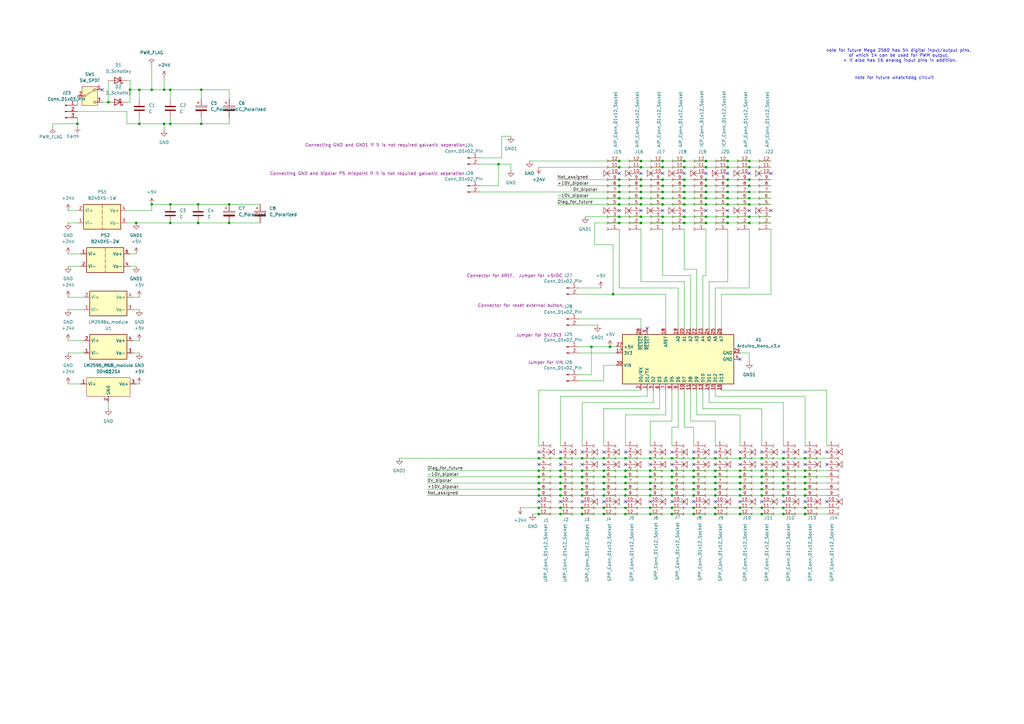
<source format=kicad_sch>
(kicad_sch (version 20250114) (generator "eeschema") (generator_version "9.0")
  (paper "A3")
  (text "note for future Mega 2560 has 54 digital input/output pins, \nof which 14 can be used for PWM output. \n+ It also has 16 analog input pins in addition." (at 369.062 22.86 0) (effects (font (size 1.27 1.27))))
  (text "note for future whatchdog circuit\n" (at 366.776 32.004 0) (effects (font (size 1.27 1.27))))
  (junction (at 247.65 187.96))
  (junction (at 284.48 195.58))
  (junction (at 289.56 68.58))
  (junction (at 262.89 76.2))
  (junction (at 247.65 210.82))
  (junction (at 280.67 76.2))
  (junction (at 262.89 68.58))
  (junction (at 247.65 193.04))
  (junction (at 280.67 66.04))
  (junction (at 62.23 36.83))
  (junction (at 254 66.04))
  (junction (at 280.67 83.82))
  (junction (at 312.42 210.82))
  (junction (at 303.53 208.28))
  (junction (at 271.78 76.2))
  (junction (at 280.67 88.9))
  (junction (at 312.42 198.12))
  (junction (at 247.65 198.12))
  (junction (at 69.85 83.82))
  (junction (at 256.54 195.58))
  (junction (at 93.98 83.82))
  (junction (at 303.53 203.2))
  (junction (at 330.2 210.82))
  (junction (at 284.48 198.12))
  (junction (at 220.98 200.66))
  (junction (at 220.98 198.12))
  (junction (at 254 68.58))
  (junction (at 229.87 193.04))
  (junction (at 247.65 200.66))
  (junction (at 254 91.44))
  (junction (at 204.47 67.31))
  (junction (at 220.98 193.04))
  (junction (at 312.42 195.58))
  (junction (at 321.31 208.28))
  (junction (at 303.53 187.96))
  (junction (at 289.56 76.2))
  (junction (at 275.59 208.28))
  (junction (at 254 83.82))
  (junction (at 307.34 81.28))
  (junction (at 256.54 187.96))
  (junction (at 81.28 83.82))
  (junction (at 321.31 193.04))
  (junction (at 284.48 210.82))
  (junction (at 256.54 210.82))
  (junction (at 266.7 210.82))
  (junction (at 69.85 91.44))
  (junction (at 312.42 203.2))
  (junction (at 31.75 50.8))
  (junction (at 321.31 200.66))
  (junction (at 247.65 203.2))
  (junction (at 262.89 73.66))
  (junction (at 262.89 91.44))
  (junction (at 69.85 36.83))
  (junction (at 321.31 195.58))
  (junction (at 298.45 73.66))
  (junction (at 229.87 195.58))
  (junction (at 266.7 203.2))
  (junction (at 293.37 208.28))
  (junction (at 289.56 78.74))
  (junction (at 280.67 68.58))
  (junction (at 238.76 187.96))
  (junction (at 298.45 81.28))
  (junction (at 262.89 66.04))
  (junction (at 250.19 142.24))
  (junction (at 312.42 200.66))
  (junction (at 275.59 195.58))
  (junction (at 284.48 203.2))
  (junction (at 238.76 198.12))
  (junction (at 254 78.74))
  (junction (at 303.53 210.82))
  (junction (at 57.15 50.8))
  (junction (at 298.45 88.9))
  (junction (at 312.42 187.96))
  (junction (at 266.7 208.28))
  (junction (at 266.7 198.12))
  (junction (at 254 73.66))
  (junction (at 251.46 120.65))
  (junction (at 271.78 91.44))
  (junction (at 238.76 195.58))
  (junction (at 330.2 203.2))
  (junction (at 256.54 193.04))
  (junction (at 57.15 36.83))
  (junction (at 229.87 187.96))
  (junction (at 293.37 198.12))
  (junction (at 266.7 200.66))
  (junction (at 298.45 68.58))
  (junction (at 53.34 36.83))
  (junction (at 262.89 83.82))
  (junction (at 298.45 76.2))
  (junction (at 256.54 208.28))
  (junction (at 275.59 210.82))
  (junction (at 307.34 78.74))
  (junction (at 307.34 68.58))
  (junction (at 321.31 210.82))
  (junction (at 275.59 193.04))
  (junction (at 293.37 187.96))
  (junction (at 293.37 200.66))
  (junction (at 289.56 83.82))
  (junction (at 289.56 88.9))
  (junction (at 303.53 200.66))
  (junction (at 289.56 73.66))
  (junction (at 271.78 73.66))
  (junction (at 307.34 91.44))
  (junction (at 229.87 200.66))
  (junction (at 238.76 200.66))
  (junction (at 275.59 200.66))
  (junction (at 280.67 91.44))
  (junction (at 321.31 198.12))
  (junction (at 262.89 88.9))
  (junction (at 220.98 208.28))
  (junction (at 271.78 66.04))
  (junction (at 330.2 200.66))
  (junction (at 271.78 78.74))
  (junction (at 284.48 200.66))
  (junction (at 330.2 195.58))
  (junction (at 69.85 50.8))
  (junction (at 256.54 203.2))
  (junction (at 262.89 78.74))
  (junction (at 271.78 81.28))
  (junction (at 44.45 41.91))
  (junction (at 307.34 88.9))
  (junction (at 284.48 208.28))
  (junction (at 247.65 195.58))
  (junction (at 307.34 76.2))
  (junction (at 82.55 50.8))
  (junction (at 238.76 208.28))
  (junction (at 220.98 210.82))
  (junction (at 62.23 83.82))
  (junction (at 93.98 91.44))
  (junction (at 298.45 91.44))
  (junction (at 256.54 198.12))
  (junction (at 280.67 78.74))
  (junction (at 284.48 193.04))
  (junction (at 247.65 208.28))
  (junction (at 229.87 208.28))
  (junction (at 67.31 36.83))
  (junction (at 280.67 73.66))
  (junction (at 330.2 187.96))
  (junction (at 312.42 208.28))
  (junction (at 220.98 195.58))
  (junction (at 330.2 208.28))
  (junction (at 229.87 203.2))
  (junction (at 298.45 66.04))
  (junction (at 238.76 193.04))
  (junction (at 256.54 200.66))
  (junction (at 280.67 81.28))
  (junction (at 55.88 91.44))
  (junction (at 298.45 83.82))
  (junction (at 307.34 66.04))
  (junction (at 262.89 81.28))
  (junction (at 229.87 210.82))
  (junction (at 238.76 210.82))
  (junction (at 254 81.28))
  (junction (at 229.87 198.12))
  (junction (at 220.98 187.96))
  (junction (at 307.34 73.66))
  (junction (at 303.53 195.58))
  (junction (at 275.59 198.12))
  (junction (at 289.56 91.44))
  (junction (at 303.53 198.12))
  (junction (at 271.78 83.82))
  (junction (at 298.45 78.74))
  (junction (at 312.42 193.04))
  (junction (at 293.37 203.2))
  (junction (at 81.28 91.44))
  (junction (at 271.78 88.9))
  (junction (at 321.31 203.2))
  (junction (at 289.56 66.04))
  (junction (at 266.7 193.04))
  (junction (at 293.37 210.82))
  (junction (at 242.57 142.24))
  (junction (at 266.7 187.96))
  (junction (at 284.48 187.96))
  (junction (at 293.37 193.04))
  (junction (at 275.59 187.96))
  (junction (at 254 76.2))
  (junction (at 293.37 195.58))
  (junction (at 307.34 83.82))
  (junction (at 254 88.9))
  (junction (at 321.31 187.96))
  (junction (at 67.31 50.8))
  (junction (at 82.55 36.83))
  (junction (at 266.7 195.58))
  (junction (at 330.2 193.04))
  (junction (at 238.76 203.2))
  (junction (at 303.53 193.04))
  (junction (at 271.78 68.58))
  (junction (at 220.98 203.2))
  (junction (at 275.59 203.2))
  (junction (at 330.2 198.12))
  (junction (at 289.56 81.28))
  (no_connect (at 284.48 190.5))
  (no_connect (at 312.42 190.5))
  (no_connect (at 271.78 86.36))
  (no_connect (at 330.2 205.74))
  (no_connect (at 303.53 185.42))
  (no_connect (at 293.37 190.5))
  (no_connect (at 293.37 205.74))
  (no_connect (at 307.34 71.12))
  (no_connect (at 220.98 205.74))
  (no_connect (at 41.91 36.83))
  (no_connect (at 256.54 205.74))
  (no_connect (at 321.31 190.5))
  (no_connect (at 229.87 205.74))
  (no_connect (at 303.53 190.5))
  (no_connect (at 298.45 86.36))
  (no_connect (at 275.59 205.74))
  (no_connect (at 238.76 205.74))
  (no_connect (at 254 71.12))
  (no_connect (at 293.37 185.42))
  (no_connect (at 229.87 185.42))
  (no_connect (at 289.56 71.12))
  (no_connect (at 247.65 185.42))
  (no_connect (at 339.09 205.74))
  (no_connect (at 298.45 71.12))
  (no_connect (at 303.53 147.32))
  (no_connect (at 266.7 190.5))
  (no_connect (at 275.59 185.42))
  (no_connect (at 271.78 71.12))
  (no_connect (at 220.98 185.42))
  (no_connect (at 284.48 185.42))
  (no_connect (at 220.98 190.5))
  (no_connect (at 321.31 205.74))
  (no_connect (at 321.31 185.42))
  (no_connect (at 266.7 205.74))
  (no_connect (at 339.09 190.5))
  (no_connect (at 254 86.36))
  (no_connect (at 247.65 205.74))
  (no_connect (at 280.67 71.12))
  (no_connect (at 316.23 71.12))
  (no_connect (at 265.43 134.62))
  (no_connect (at 280.67 86.36))
  (no_connect (at 307.34 86.36))
  (no_connect (at 275.59 190.5))
  (no_connect (at 312.42 185.42))
  (no_connect (at 312.42 205.74))
  (no_connect (at 284.48 205.74))
  (no_connect (at 262.89 71.12))
  (no_connect (at 247.65 190.5))
  (no_connect (at 339.09 185.42))
  (no_connect (at 256.54 185.42))
  (no_connect (at 262.89 86.36))
  (no_connect (at 289.56 86.36))
  (no_connect (at 238.76 190.5))
  (no_connect (at 316.23 86.36))
  (no_connect (at 266.7 185.42))
  (no_connect (at 330.2 185.42))
  (no_connect (at 256.54 190.5))
  (no_connect (at 330.2 190.5))
  (no_connect (at 303.53 205.74))
  (no_connect (at 238.76 185.42))
  (no_connect (at 229.87 190.5))
  (wire (pts (xy 293.37 160.02) (xy 293.37 162.56)))
  (wire (pts (xy 163.83 187.96) (xy 220.98 187.96)))
  (wire (pts (xy 238.76 203.2) (xy 247.65 203.2)))
  (wire (pts (xy 220.98 210.82) (xy 229.87 210.82)))
  (wire (pts (xy 321.31 208.28) (xy 330.2 208.28)))
  (wire (pts (xy 280.67 68.58) (xy 289.56 68.58)))
  (wire (pts (xy 220.98 198.12) (xy 229.87 198.12)))
  (wire (pts (xy 312.42 210.82) (xy 321.31 210.82)))
  (wire (pts (xy 254 118.11) (xy 278.13 118.11)))
  (wire (pts (xy 330.2 162.56) (xy 330.2 182.88)))
  (wire (pts (xy 278.13 175.26) (xy 278.13 160.02)))
  (wire (pts (xy 330.2 208.28) (xy 339.09 208.28)))
  (wire (pts (xy 303.53 144.78) (xy 307.34 144.78)))
  (wire (pts (xy 196.85 67.31) (xy 204.47 67.31)))
  (wire (pts (xy 280.67 115.57) (xy 262.89 115.57)))
  (wire (pts (xy 250.19 142.24) (xy 252.73 142.24)))
  (wire (pts (xy 256.54 195.58) (xy 266.7 195.58)))
  (wire (pts (xy 69.85 83.82) (xy 81.28 83.82)))
  (wire (pts (xy 278.13 118.11) (xy 278.13 134.62)))
  (wire (pts (xy 321.31 187.96) (xy 330.2 187.96)))
  (wire (pts (xy 289.56 66.04) (xy 298.45 66.04)))
  (wire (pts (xy 298.45 66.04) (xy 307.34 66.04)))
  (wire (pts (xy 289.56 113.03) (xy 289.56 93.98)))
  (wire (pts (xy 312.42 193.04) (xy 321.31 193.04)))
  (wire (pts (xy 27.94 104.14) (xy 33.02 104.14)))
  (wire (pts (xy 307.34 118.11) (xy 307.34 93.98)))
  (wire (pts (xy 247.65 167.64) (xy 270.51 167.64)))
  (wire (pts (xy 283.21 172.72) (xy 283.21 160.02)))
  (wire (pts (xy 284.48 175.26) (xy 280.67 175.26)))
  (wire (pts (xy 330.2 203.2) (xy 339.09 203.2)))
  (wire (pts (xy 280.67 76.2) (xy 289.56 76.2)))
  (wire (pts (xy 247.65 182.88) (xy 247.65 167.64)))
  (wire (pts (xy 262.89 76.2) (xy 271.78 76.2)))
  (wire (pts (xy 280.67 91.44) (xy 289.56 91.44)))
  (wire (pts (xy 238.76 198.12) (xy 247.65 198.12)))
  (wire (pts (xy 69.85 50.8) (xy 67.31 50.8)))
  (wire (pts (xy 307.34 66.04) (xy 316.23 66.04)))
  (wire (pts (xy 321.31 210.82) (xy 330.2 210.82)))
  (wire (pts (xy 321.31 195.58) (xy 330.2 195.58)))
  (wire (pts (xy 316.23 120.65) (xy 316.23 93.98)))
  (wire (pts (xy 229.87 193.04) (xy 238.76 193.04)))
  (wire (pts (xy 196.85 76.2) (xy 204.47 76.2)))
  (wire (pts (xy 288.29 134.62) (xy 288.29 113.03)))
  (wire (pts (xy 280.67 81.28) (xy 289.56 81.28)))
  (wire (pts (xy 229.87 195.58) (xy 238.76 195.58)))
  (wire (pts (xy 307.34 91.44) (xy 316.23 91.44)))
  (wire (pts (xy 237.49 130.81) (xy 262.89 130.81)))
  (wire (pts (xy 27.94 86.36) (xy 31.75 86.36)))
  (wire (pts (xy 307.34 73.66) (xy 316.23 73.66)))
  (wire (pts (xy 228.6 81.28) (xy 254 81.28)))
  (wire (pts (xy 44.45 165.1) (xy 44.45 167.64)))
  (wire (pts (xy 330.2 200.66) (xy 339.09 200.66)))
  (wire (pts (xy 280.67 110.49) (xy 280.67 93.98)))
  (wire (pts (xy 238.76 182.88) (xy 238.76 165.1)))
  (wire (pts (xy 27.94 144.78) (xy 34.29 144.78)))
  (wire (pts (xy 229.87 210.82) (xy 238.76 210.82)))
  (wire (pts (xy 237.49 144.78) (xy 252.73 144.78)))
  (wire (pts (xy 307.34 68.58) (xy 316.23 68.58)))
  (wire (pts (xy 62.23 83.82) (xy 62.23 86.36)))
  (wire (pts (xy 62.23 83.82) (xy 69.85 83.82)))
  (wire (pts (xy 262.89 115.57) (xy 262.89 93.98)))
  (wire (pts (xy 307.34 76.2) (xy 316.23 76.2)))
  (wire (pts (xy 298.45 73.66) (xy 307.34 73.66)))
  (wire (pts (xy 339.09 160.02) (xy 339.09 182.88)))
  (wire (pts (xy 175.26 200.66) (xy 220.98 200.66)))
  (wire (pts (xy 220.98 198.12) (xy 175.26 198.12)))
  (wire (pts (xy 229.87 203.2) (xy 238.76 203.2)))
  (wire (pts (xy 93.98 40.64) (xy 93.98 36.83)))
  (wire (pts (xy 54.61 139.7) (xy 57.15 139.7)))
  (wire (pts (xy 31.75 48.26) (xy 31.75 50.8)))
  (wire (pts (xy 247.65 187.96) (xy 256.54 187.96)))
  (wire (pts (xy 330.2 198.12) (xy 339.09 198.12)))
  (wire (pts (xy 293.37 210.82) (xy 303.53 210.82)))
  (wire (pts (xy 67.31 31.75) (xy 67.31 36.83)))
  (wire (pts (xy 27.94 91.44) (xy 31.75 91.44)))
  (wire (pts (xy 175.26 195.58) (xy 220.98 195.58)))
  (wire (pts (xy 254 91.44) (xy 262.89 91.44)))
  (wire (pts (xy 284.48 200.66) (xy 293.37 200.66)))
  (wire (pts (xy 275.59 198.12) (xy 284.48 198.12)))
  (wire (pts (xy 238.76 208.28) (xy 247.65 208.28)))
  (wire (pts (xy 204.47 67.31) (xy 209.55 67.31)))
  (wire (pts (xy 62.23 36.83) (xy 67.31 36.83)))
  (wire (pts (xy 254 76.2) (xy 262.89 76.2)))
  (wire (pts (xy 237.49 156.21) (xy 247.65 156.21)))
  (wire (pts (xy 205.74 64.77) (xy 205.74 55.88)))
  (wire (pts (xy 67.31 50.8) (xy 67.31 53.34)))
  (wire (pts (xy 266.7 198.12) (xy 275.59 198.12)))
  (wire (pts (xy 256.54 198.12) (xy 266.7 198.12)))
  (wire (pts (xy 262.89 91.44) (xy 271.78 91.44)))
  (wire (pts (xy 262.89 88.9) (xy 271.78 88.9)))
  (wire (pts (xy 21.59 50.8) (xy 31.75 50.8)))
  (wire (pts (xy 298.45 78.74) (xy 307.34 78.74)))
  (wire (pts (xy 27.94 109.22) (xy 33.02 109.22)))
  (wire (pts (xy 275.59 172.72) (xy 275.59 160.02)))
  (wire (pts (xy 262.89 78.74) (xy 271.78 78.74)))
  (wire (pts (xy 247.65 156.21) (xy 247.65 149.86)))
  (wire (pts (xy 247.65 203.2) (xy 256.54 203.2)))
  (wire (pts (xy 289.56 88.9) (xy 298.45 88.9)))
  (wire (pts (xy 254 81.28) (xy 262.89 81.28)))
  (wire (pts (xy 256.54 210.82) (xy 266.7 210.82)))
  (wire (pts (xy 303.53 198.12) (xy 312.42 198.12)))
  (wire (pts (xy 289.56 68.58) (xy 298.45 68.58)))
  (wire (pts (xy 285.75 134.62) (xy 285.75 110.49)))
  (wire (pts (xy 284.48 195.58) (xy 293.37 195.58)))
  (wire (pts (xy 238.76 200.66) (xy 247.65 200.66)))
  (wire (pts (xy 289.56 91.44) (xy 298.45 91.44)))
  (wire (pts (xy 271.78 91.44) (xy 280.67 91.44)))
  (wire (pts (xy 275.59 193.04) (xy 284.48 193.04)))
  (wire (pts (xy 285.75 170.18) (xy 285.75 160.02)))
  (wire (pts (xy 284.48 198.12) (xy 293.37 198.12)))
  (wire (pts (xy 303.53 208.28) (xy 312.42 208.28)))
  (wire (pts (xy 293.37 172.72) (xy 283.21 172.72)))
  (wire (pts (xy 307.34 78.74) (xy 316.23 78.74)))
  (wire (pts (xy 295.91 134.62) (xy 295.91 120.65)))
  (wire (pts (xy 57.15 48.26) (xy 57.15 50.8)))
  (wire (pts (xy 237.49 142.24) (xy 242.57 142.24)))
  (wire (pts (xy 69.85 48.26) (xy 69.85 50.8)))
  (wire (pts (xy 238.76 210.82) (xy 247.65 210.82)))
  (wire (pts (xy 275.59 195.58) (xy 284.48 195.58)))
  (wire (pts (xy 220.98 200.66) (xy 229.87 200.66)))
  (wire (pts (xy 303.53 170.18) (xy 285.75 170.18)))
  (wire (pts (xy 280.67 134.62) (xy 280.67 115.57)))
  (wire (pts (xy 273.05 120.65) (xy 251.46 120.65)))
  (wire (pts (xy 293.37 182.88) (xy 293.37 172.72)))
  (wire (pts (xy 321.31 200.66) (xy 330.2 200.66)))
  (wire (pts (xy 298.45 83.82) (xy 307.34 83.82)))
  (wire (pts (xy 293.37 134.62) (xy 293.37 118.11)))
  (wire (pts (xy 303.53 182.88) (xy 303.53 170.18)))
  (wire (pts (xy 251.46 100.33) (xy 251.46 120.65)))
  (wire (pts (xy 303.53 187.96) (xy 312.42 187.96)))
  (wire (pts (xy 280.67 175.26) (xy 280.67 160.02)))
  (wire (pts (xy 55.88 157.48) (xy 57.15 157.48)))
  (wire (pts (xy 204.47 67.31) (xy 204.47 76.2)))
  (wire (pts (xy 271.78 68.58) (xy 280.67 68.58)))
  (wire (pts (xy 52.07 45.72) (xy 52.07 50.8)))
  (wire (pts (xy 266.7 208.28) (xy 275.59 208.28)))
  (wire (pts (xy 229.87 198.12) (xy 238.76 198.12)))
  (wire (pts (xy 275.59 203.2) (xy 284.48 203.2)))
  (wire (pts (xy 175.26 203.2) (xy 220.98 203.2)))
  (wire (pts (xy 307.34 88.9) (xy 316.23 88.9)))
  (wire (pts (xy 220.98 182.88) (xy 220.98 160.02)))
  (wire (pts (xy 289.56 73.66) (xy 298.45 73.66)))
  (wire (pts (xy 284.48 208.28) (xy 293.37 208.28)))
  (wire (pts (xy 27.94 121.92) (xy 34.29 121.92)))
  (wire (pts (xy 220.98 68.58) (xy 254 68.58)))
  (wire (pts (xy 254 73.66) (xy 262.89 73.66)))
  (wire (pts (xy 293.37 195.58) (xy 303.53 195.58)))
  (wire (pts (xy 57.15 50.8) (xy 67.31 50.8)))
  (wire (pts (xy 330.2 187.96) (xy 339.09 187.96)))
  (wire (pts (xy 280.67 73.66) (xy 289.56 73.66)))
  (wire (pts (xy 243.84 100.33) (xy 251.46 100.33)))
  (wire (pts (xy 289.56 81.28) (xy 298.45 81.28)))
  (wire (pts (xy 228.6 83.82) (xy 254 83.82)))
  (wire (pts (xy 262.89 68.58) (xy 271.78 68.58)))
  (wire (pts (xy 247.65 200.66) (xy 256.54 200.66)))
  (wire (pts (xy 254 66.04) (xy 262.89 66.04)))
  (wire (pts (xy 256.54 203.2) (xy 266.7 203.2)))
  (wire (pts (xy 53.34 33.02) (xy 53.34 36.83)))
  (wire (pts (xy 220.98 208.28) (xy 229.87 208.28)))
  (wire (pts (xy 312.42 200.66) (xy 321.31 200.66)))
  (wire (pts (xy 266.7 187.96) (xy 275.59 187.96)))
  (wire (pts (xy 229.87 162.56) (xy 265.43 162.56)))
  (wire (pts (xy 312.42 198.12) (xy 321.31 198.12)))
  (wire (pts (xy 307.34 148.59) (xy 307.34 144.78)))
  (wire (pts (xy 284.48 210.82) (xy 293.37 210.82)))
  (wire (pts (xy 289.56 78.74) (xy 298.45 78.74)))
  (wire (pts (xy 298.45 76.2) (xy 307.34 76.2)))
  (wire (pts (xy 254 83.82) (xy 262.89 83.82)))
  (wire (pts (xy 293.37 162.56) (xy 330.2 162.56)))
  (wire (pts (xy 312.42 208.28) (xy 321.31 208.28)))
  (wire (pts (xy 262.89 83.82) (xy 271.78 83.82)))
  (wire (pts (xy 27.94 157.48) (xy 33.02 157.48)))
  (wire (pts (xy 54.61 144.78) (xy 57.15 144.78)))
  (wire (pts (xy 69.85 50.8) (xy 82.55 50.8)))
  (wire (pts (xy 254 93.98) (xy 254 118.11)))
  (wire (pts (xy 280.67 66.04) (xy 289.56 66.04)))
  (wire (pts (xy 69.85 36.83) (xy 69.85 40.64)))
  (wire (pts (xy 247.65 149.86) (xy 252.73 149.86)))
  (wire (pts (xy 330.2 193.04) (xy 339.09 193.04)))
  (wire (pts (xy 271.78 66.04) (xy 280.67 66.04)))
  (wire (pts (xy 262.89 66.04) (xy 271.78 66.04)))
  (wire (pts (xy 265.43 160.02) (xy 265.43 162.56)))
  (wire (pts (xy 285.75 110.49) (xy 280.67 110.49)))
  (wire (pts (xy 196.85 78.74) (xy 254 78.74)))
  (wire (pts (xy 298.45 91.44) (xy 307.34 91.44)))
  (wire (pts (xy 266.7 195.58) (xy 275.59 195.58)))
  (wire (pts (xy 52.07 91.44) (xy 55.88 91.44)))
  (wire (pts (xy 220.98 195.58) (xy 229.87 195.58)))
  (wire (pts (xy 52.07 50.8) (xy 57.15 50.8)))
  (wire (pts (xy 54.61 121.92) (xy 57.15 121.92)))
  (wire (pts (xy 256.54 182.88) (xy 256.54 170.18)))
  (wire (pts (xy 271.78 76.2) (xy 280.67 76.2)))
  (wire (pts (xy 271.78 78.74) (xy 280.67 78.74)))
  (wire (pts (xy 284.48 203.2) (xy 293.37 203.2)))
  (wire (pts (xy 247.65 193.04) (xy 256.54 193.04)))
  (wire (pts (xy 312.42 187.96) (xy 321.31 187.96)))
  (wire (pts (xy 175.26 193.04) (xy 220.98 193.04)))
  (wire (pts (xy 57.15 40.64) (xy 57.15 36.83)))
  (wire (pts (xy 238.76 193.04) (xy 247.65 193.04)))
  (wire (pts (xy 82.55 36.83) (xy 69.85 36.83)))
  (wire (pts (xy 242.57 142.24) (xy 250.19 142.24)))
  (wire (pts (xy 209.55 69.85) (xy 209.55 67.31)))
  (wire (pts (xy 220.98 187.96) (xy 229.87 187.96)))
  (wire (pts (xy 293.37 198.12) (xy 303.53 198.12)))
  (wire (pts (xy 321.31 198.12) (xy 330.2 198.12)))
  (wire (pts (xy 293.37 208.28) (xy 303.53 208.28)))
  (wire (pts (xy 247.65 210.82) (xy 256.54 210.82)))
  (wire (pts (xy 293.37 187.96) (xy 303.53 187.96)))
  (wire (pts (xy 93.98 48.26) (xy 93.98 50.8)))
  (wire (pts (xy 62.23 26.67) (xy 62.23 36.83)))
  (wire (pts (xy 284.48 193.04) (xy 293.37 193.04)))
  (wire (pts (xy 57.15 36.83) (xy 62.23 36.83)))
  (wire (pts (xy 290.83 134.62) (xy 290.83 115.57)))
  (wire (pts (xy 256.54 187.96) (xy 266.7 187.96)))
  (wire (pts (xy 280.67 88.9) (xy 289.56 88.9)))
  (wire (pts (xy 266.7 182.88) (xy 266.7 172.72)))
  (wire (pts (xy 270.51 167.64) (xy 270.51 160.02)))
  (wire (pts (xy 240.03 88.9) (xy 254 88.9)))
  (wire (pts (xy 293.37 193.04) (xy 303.53 193.04)))
  (wire (pts (xy 275.59 175.26) (xy 278.13 175.26)))
  (wire (pts (xy 82.55 50.8) (xy 93.98 50.8)))
  (wire (pts (xy 303.53 195.58) (xy 312.42 195.58)))
  (wire (pts (xy 254 78.74) (xy 262.89 78.74)))
  (wire (pts (xy 312.42 167.64) (xy 312.42 182.88)))
  (wire (pts (xy 289.56 83.82) (xy 298.45 83.82)))
  (wire (pts (xy 262.89 81.28) (xy 271.78 81.28)))
  (wire (pts (xy 295.91 160.02) (xy 339.09 160.02)))
  (wire (pts (xy 267.97 165.1) (xy 267.97 160.02)))
  (wire (pts (xy 275.59 200.66) (xy 284.48 200.66)))
  (wire (pts (xy 52.07 86.36) (xy 62.23 86.36)))
  (wire (pts (xy 31.75 45.72) (xy 52.07 45.72)))
  (wire (pts (xy 53.34 109.22) (xy 55.88 109.22)))
  (wire (pts (xy 288.29 160.02) (xy 288.29 167.64)))
  (wire (pts (xy 290.83 165.1) (xy 321.31 165.1)))
  (wire (pts (xy 280.67 83.82) (xy 289.56 83.82)))
  (wire (pts (xy 303.53 203.2) (xy 312.42 203.2)))
  (wire (pts (xy 31.75 39.37) (xy 31.75 43.18)))
  (wire (pts (xy 229.87 200.66) (xy 238.76 200.66)))
  (wire (pts (xy 275.59 210.82) (xy 284.48 210.82)))
  (wire (pts (xy 254 88.9) (xy 262.89 88.9)))
  (wire (pts (xy 256.54 170.18) (xy 273.05 170.18)))
  (wire (pts (xy 288.29 167.64) (xy 312.42 167.64)))
  (wire (pts (xy 237.49 153.67) (xy 242.57 153.67)))
  (wire (pts (xy 21.59 52.07) (xy 21.59 50.8)))
  (wire (pts (xy 205.74 55.88) (xy 209.55 55.88)))
  (wire (pts (xy 52.07 41.91) (xy 53.34 41.91)))
  (wire (pts (xy 288.29 113.03) (xy 289.56 113.03)))
  (wire (pts (xy 31.75 50.8) (xy 31.75 52.07)))
  (wire (pts (xy 298.45 81.28) (xy 307.34 81.28)))
  (wire (pts (xy 220.98 203.2) (xy 229.87 203.2)))
  (wire (pts (xy 44.45 33.02) (xy 44.45 41.91)))
  (wire (pts (xy 293.37 203.2) (xy 303.53 203.2)))
  (wire (pts (xy 271.78 113.03) (xy 271.78 93.98)))
  (wire (pts (xy 266.7 210.82) (xy 275.59 210.82)))
  (wire (pts (xy 273.05 120.65) (xy 273.05 134.62)))
  (wire (pts (xy 266.7 200.66) (xy 275.59 200.66)))
  (wire (pts (xy 283.21 113.03) (xy 271.78 113.03)))
  (wire (pts (xy 298.45 68.58) (xy 307.34 68.58)))
  (wire (pts (xy 271.78 83.82) (xy 280.67 83.82)))
  (wire (pts (xy 256.54 200.66) (xy 266.7 200.66)))
  (wire (pts (xy 69.85 91.44) (xy 81.28 91.44)))
  (wire (pts (xy 330.2 195.58) (xy 339.09 195.58)))
  (wire (pts (xy 243.84 91.44) (xy 243.84 100.33)))
  (wire (pts (xy 213.36 208.28) (xy 220.98 208.28)))
  (wire (pts (xy 312.42 195.58) (xy 321.31 195.58)))
  (wire (pts (xy 271.78 73.66) (xy 280.67 73.66)))
  (wire (pts (xy 229.87 187.96) (xy 238.76 187.96)))
  (wire (pts (xy 256.54 193.04) (xy 266.7 193.04)))
  (wire (pts (xy 284.48 187.96) (xy 293.37 187.96)))
  (wire (pts (xy 295.91 120.65) (xy 316.23 120.65)))
  (wire (pts (xy 53.34 41.91) (xy 53.34 36.83)))
  (wire (pts (xy 254 91.44) (xy 243.84 91.44)))
  (wire (pts (xy 271.78 81.28) (xy 280.67 81.28)))
  (wire (pts (xy 254 68.58) (xy 262.89 68.58)))
  (wire (pts (xy 220.98 160.02) (xy 262.89 160.02)))
  (wire (pts (xy 303.53 200.66) (xy 312.42 200.66)))
  (wire (pts (xy 262.89 130.81) (xy 262.89 134.62)))
  (wire (pts (xy 237.49 118.11) (xy 246.38 118.11)))
  (wire (pts (xy 238.76 187.96) (xy 247.65 187.96)))
  (wire (pts (xy 247.65 195.58) (xy 256.54 195.58)))
  (wire (pts (xy 41.91 41.91) (xy 44.45 41.91)))
  (wire (pts (xy 196.85 64.77) (xy 205.74 64.77)))
  (wire (pts (xy 273.05 170.18) (xy 273.05 160.02)))
  (wire (pts (xy 298.45 115.57) (xy 298.45 93.98)))
  (wire (pts (xy 293.37 200.66) (xy 303.53 200.66)))
  (wire (pts (xy 284.48 182.88) (xy 284.48 175.26)))
  (wire (pts (xy 330.2 210.82) (xy 339.09 210.82)))
  (wire (pts (xy 27.94 127) (xy 34.29 127)))
  (wire (pts (xy 82.55 36.83) (xy 82.55 40.64)))
  (wire (pts (xy 69.85 36.83) (xy 67.31 36.83)))
  (wire (pts (xy 220.98 193.04) (xy 229.87 193.04)))
  (wire (pts (xy 303.53 193.04) (xy 312.42 193.04)))
  (wire (pts (xy 82.55 48.26) (xy 82.55 50.8)))
  (wire (pts (xy 307.34 81.28) (xy 316.23 81.28)))
  (wire (pts (xy 283.21 134.62) (xy 283.21 113.03)))
  (wire (pts (xy 293.37 118.11) (xy 307.34 118.11)))
  (wire (pts (xy 271.78 88.9) (xy 280.67 88.9)))
  (wire (pts (xy 93.98 91.44) (xy 106.68 91.44)))
  (wire (pts (xy 247.65 208.28) (xy 256.54 208.28)))
  (wire (pts (xy 321.31 165.1) (xy 321.31 182.88)))
  (wire (pts (xy 242.57 142.24) (xy 242.57 153.67)))
  (wire (pts (xy 53.34 36.83) (xy 57.15 36.83)))
  (wire (pts (xy 280.67 78.74) (xy 289.56 78.74)))
  (wire (pts (xy 262.89 73.66) (xy 271.78 73.66)))
  (wire (pts (xy 275.59 208.28) (xy 284.48 208.28)))
  (wire (pts (xy 290.83 160.02) (xy 290.83 165.1)))
  (wire (pts (xy 27.94 139.7) (xy 34.29 139.7)))
  (wire (pts (xy 247.65 198.12) (xy 256.54 198.12)))
  (wire (pts (xy 266.7 193.04) (xy 275.59 193.04)))
  (wire (pts (xy 238.76 195.58) (xy 247.65 195.58)))
  (wire (pts (xy 228.6 73.66) (xy 254 73.66)))
  (wire (pts (xy 54.61 127) (xy 57.15 127)))
  (wire (pts (xy 251.46 120.65) (xy 237.49 120.65)))
  (wire (pts (xy 312.42 203.2) (xy 321.31 203.2)))
  (wire (pts (xy 238.76 165.1) (xy 267.97 165.1)))
  (wire (pts (xy 218.44 210.82) (xy 220.98 210.82)))
  (wire (pts (xy 237.49 133.35) (xy 245.11 133.35)))
  (wire (pts (xy 81.28 91.44) (xy 93.98 91.44)))
  (wire (pts (xy 275.59 187.96) (xy 284.48 187.96)))
  (wire (pts (xy 321.31 203.2) (xy 330.2 203.2)))
  (wire (pts (xy 256.54 208.28) (xy 266.7 208.28)))
  (wire (pts (xy 93.98 36.83) (xy 82.55 36.83)))
  (wire (pts (xy 55.88 91.44) (xy 69.85 91.44)))
  (wire (pts (xy 228.6 76.2) (xy 254 76.2)))
  (wire (pts (xy 229.87 182.88) (xy 229.87 162.56)))
  (wire (pts (xy 217.17 66.04) (xy 254 66.04)))
  (wire (pts (xy 275.59 182.88) (xy 275.59 175.26)))
  (wire (pts (xy 307.34 83.82) (xy 316.23 83.82)))
  (wire (pts (xy 93.98 83.82) (xy 106.68 83.82)))
  (wire (pts (xy 298.45 88.9) (xy 307.34 88.9)))
  (wire (pts (xy 81.28 83.82) (xy 93.98 83.82)))
  (wire (pts (xy 53.34 104.14) (xy 55.88 104.14)))
  (wire (pts (xy 303.53 210.82) (xy 312.42 210.82)))
  (wire (pts (xy 321.31 193.04) (xy 330.2 193.04)))
  (wire (pts (xy 52.07 33.02) (xy 53.34 33.02)))
  (wire (pts (xy 266.7 172.72) (xy 275.59 172.72)))
  (wire (pts (xy 289.56 76.2) (xy 298.45 76.2)))
  (wire (pts (xy 229.87 208.28) (xy 238.76 208.28)))
  (wire (pts (xy 290.83 115.57) (xy 298.45 115.57)))
  (wire (pts (xy 266.7 203.2) (xy 275.59 203.2)))
  (label "+10V_bipolar" (at 228.6 76.2 0))
  (label "+10V_bipolar" (at 175.26 200.66 0))
  (label "-10V_bipolar" (at 228.6 81.28 0))
  (label "Diag_for_future" (at 228.6 83.82 0))
  (label "-10V_bipolar" (at 175.26 195.58 0))
  (label "Diag_for_future" (at 175.26 193.04 0))
  (label "0V_bipolar" (at 234.95 78.74 0))
  (label "0V_bipolar" (at 175.26 198.12 0))
  (label "Not_assigned" (at 228.6 73.66 0))
  (label "Not_assigned" (at 175.26 203.2 0))
  (symbol (lib_id "tuxmio:MB_AIP_Conn_01x12_Socket") (at 275.59 81.28 180) (unit 1)
    (property "Reference" "J18" (at 279.908 62.23 0))
    (property "Value" "AIP_Conn_01x12_Socket" (at 279.146 49.022 90))
    (property "Footprint" "tuxmio:MB_AIP_socket_PinHeader_1x12_P2.54mm_Vertical" (effects (hide yes)))
    (property "Description" "Generic connector, single row, 01x12, script generated" (effects (hide yes)))
  )
  (symbol (lib_id "power:GND1") (at 245.11 133.35 0) (unit 1)
    (property "Reference" "#PWR26" (effects (hide yes)))
    (property "Value" "GND1" (at 245.11 138.43 0))
    (property "Description" "Power symbol creates a global label with name \"GND1\" , ground" (effects (hide yes)))
  )
  (symbol (lib_id "power:GND") (at 217.17 66.04 0) (unit 1)
    (property "Reference" "#PWR31" (effects (hide yes)))
    (property "Value" "GND" (at 217.17 71.12 0))
    (property "Description" "Power symbol creates a global label with name \"GND\" , ground" (effects (hide yes)))
  )
  (symbol (lib_id "Device:C_Polarized") (at 93.98 44.45 0) (unit 1)
    (property "Reference" "C6" (at 97.79 42.2909 0) (effects (justify left)))
    (property "Value" "C_Polarized" (at 97.79 44.8309 0) (effects (justify left)))
    (property "Footprint" "Capacitor_SMD:CP_Elec_4x5.3" (effects (hide yes)))
    (property "Description" "Polarized capacitor" (effects (hide yes)))
  )
  (symbol (lib_id "tuxmio:B240XS-2W") (at 43.18 106.68 0) (unit 1)
    (property "Reference" "PS2" (at 43.18 96.52 0))
    (property "Value" "B240XS-2W" (at 43.18 99.06 0))
    (property "Footprint" "tuxmio:B240XS-2W" (effects (hide yes)))
    (property "Description" "2W, 1000 VDC isolated DC/DC converter, 24V input, 5V output, SIP" (effects (hide yes)))
  )
  (symbol (lib_id "Switch:SW_SPDT") (at 36.83 39.37 0) (unit 1)
    (property "Reference" "SW1" (at 36.83 30.48 0))
    (property "Value" "SW_SPDT" (at 36.83 33.02 0))
    (property "Footprint" "tuxmio:SW-SPDT_1x03_P2.54mm_Vertical" (effects (hide yes)))
    (property "Description" "Switch, single pole double throw" (effects (hide yes)))
  )
  (symbol (lib_id "power:GND") (at 44.45 167.64 0) (unit 1)
    (property "Reference" "#PWR22" (effects (hide yes)))
    (property "Value" "GND" (at 44.45 172.72 0))
    (property "Description" "Power symbol creates a global label with name \"GND\" , ground" (effects (hide yes)))
  )
  (symbol (lib_id "tuxmio:MB_GPP_Conn_01x12_Socket") (at 271.78 195.58 0) (unit 1)
    (property "Reference" "J6" (at 267.716 212.344 0) (effects (justify left)))
    (property "Value" "GPP_Conn_01x12_Socket" (at 268.986 237.998 90) (effects (justify left)))
    (property "Footprint" "tuxmio:MB_GPP_socket_PinHeader_1x12_P2.54mm_Vertical" (effects (hide yes)))
    (property "Description" "Generic connector, single row, 01x12, script generated" (effects (hide yes)))
  )
  (symbol (lib_id "power:GND1") (at 307.34 148.59 0) (unit 1)
    (property "Reference" "#PWR25" (effects (hide yes)))
    (property "Value" "GND1" (at 307.34 153.67 0))
    (property "Description" "Power symbol creates a global label with name \"GND1\" , ground" (effects (hide yes)))
  )
  (symbol (lib_id "Connector:Conn_01x02_Pin") (at 232.41 130.81 0) (unit 1)
    (property "Reference" "J28" (at 233.045 125.73 0))
    (property "Value" "Conn_01x02_Pin" (at 230.886 128.016 0))
    (property "Footprint" "Connector_PinHeader_2.54mm:PinHeader_1x02_P2.54mm_Vertical" (effects (hide yes)))
    (property "Description" "Connector for reset external button." (at 213.614 125.222 0))
  )
  (symbol (lib_id "power:+5V") (at 57.15 139.7 0) (unit 1)
    (property "Reference" "#PWR17" (effects (hide yes)))
    (property "Value" "+5V" (at 57.15 134.62 0))
    (property "Description" "Power symbol creates a global label with name \"+5V\"" (effects (hide yes)))
  )
  (symbol (lib_id "tuxmio:MB_GPP_Conn_01x12_Socket") (at 252.73 195.58 0) (unit 1)
    (property "Reference" "J4" (at 248.412 212.852 0) (effects (justify left)))
    (property "Value" "GPP_Conn_01x12_Socket" (at 249.936 238.506 90) (effects (justify left)))
    (property "Footprint" "tuxmio:MB_GPP_socket_PinHeader_1x12_P2.54mm_Vertical" (effects (hide yes)))
    (property "Description" "Generic connector, single row, 01x12, script generated" (effects (hide yes)))
  )
  (symbol (lib_id "tuxmio:MB_GPP_Conn_01x12_Socket") (at 326.39 195.58 0) (unit 1)
    (property "Reference" "J12" (at 322.326 212.344 0) (effects (justify left)))
    (property "Value" "GPP_Conn_01x12_Socket" (at 323.342 238.506 90) (effects (justify left)))
    (property "Footprint" "tuxmio:MB_GPP_socket_PinHeader_1x12_P2.54mm_Vertical" (effects (hide yes)))
    (property "Description" "Generic connector, single row, 01x12, script generated" (effects (hide yes)))
  )
  (symbol (lib_id "tuxmio:MB_ICP_Conn_01x12_Socket") (at 293.37 81.28 180) (unit 1)
    (property "Reference" "J20" (at 297.434 62.23 0))
    (property "Value" "ICP_Conn_01x12_Socket" (at 296.926 48.768 90))
    (property "Footprint" "tuxmio:MB_ICP_socket_PinHeader_1x12_P2.54mm_Vertical" (effects (hide yes)))
    (property "Description" "Generic connector, single row, 01x12, script generated" (effects (hide yes)))
  )
  (symbol (lib_id "power:GND1") (at 209.55 55.88 0) (unit 1)
    (property "Reference" "#PWR20" (effects (hide yes)))
    (property "Value" "GND1" (at 209.55 60.96 0))
    (property "Description" "Power symbol creates a global label with name \"GND1\" , ground" (effects (hide yes)))
  )
  (symbol (lib_id "power:GND") (at 67.31 53.34 0) (unit 1)
    (property "Reference" "#PWR2" (effects (hide yes)))
    (property "Value" "GND" (at 67.31 58.42 0))
    (property "Description" "Power symbol creates a global label with name \"GND\" , ground" (effects (hide yes)))
  )
  (symbol (lib_id "Device:C_Polarized") (at 82.55 44.45 0) (unit 1)
    (property "Reference" "C5" (at 86.36 42.2909 0) (effects (justify left)))
    (property "Value" "C_Polarized" (at 86.36 44.8309 0) (effects (justify left)))
    (property "Footprint" "Capacitor_THT:CP_Radial_D6.3mm_P2.50mm" (effects (hide yes)))
    (property "Description" "Polarized capacitor" (effects (hide yes)))
  )
  (symbol (lib_id "power:GND") (at 209.55 69.85 0) (unit 1)
    (property "Reference" "#PWR21" (effects (hide yes)))
    (property "Value" "GND" (at 209.55 74.93 0))
    (property "Description" "Power symbol creates a global label with name \"GND\" , ground" (effects (hide yes)))
  )
  (symbol (lib_id "tuxmio:MB_GPP_Conn_01x12_Socket") (at 298.45 195.58 0) (unit 1)
    (property "Reference" "J9" (at 294.386 212.344 0) (effects (justify left)))
    (property "Value" "GPP_Conn_01x12_Socket" (at 295.402 238.506 90) (effects (justify left)))
    (property "Footprint" "tuxmio:MB_GPP_socket_PinHeader_1x12_P2.54mm_Vertical" (effects (hide yes)))
    (property "Description" "Generic connector, single row, 01x12, script generated" (effects (hide yes)))
  )
  (symbol (lib_id "Connector:Conn_01x03_Pin") (at 26.67 45.72 0) (unit 1)
    (property "Reference" "J23" (at 27.305 38.1 0))
    (property "Value" "Conn_01x03_Pin" (at 27.305 40.64 0))
    (property "Footprint" "Connector_Phoenix_MC_HighVoltage:PhoenixContact_MCV_1,5_3-G-5.08_1x03_P5.08mm_Vertical" (effects (hide yes)))
    (property "Description" "Generic connector, single row, 01x03, script generated" (effects (hide yes)))
  )
  (symbol (lib_id "tuxmio:MB_GPP_Conn_01x12_Socket") (at 335.28 195.58 0) (unit 1)
    (property "Reference" "J13" (at 331.216 212.344 0) (effects (justify left)))
    (property "Value" "GPP_Conn_01x12_Socket" (at 332.232 238.506 90) (effects (justify left)))
    (property "Footprint" "tuxmio:MB_GPP_socket_PinHeader_1x12_P2.54mm_Vertical" (effects (hide yes)))
    (property "Description" "Generic connector, single row, 01x12, script generated" (effects (hide yes)))
  )
  (symbol (lib_id "tuxmio:MB_AIP_Conn_01x12_Socket") (at 266.7 81.28 180) (unit 1)
    (property "Reference" "J17" (at 271.018 62.23 0))
    (property "Value" "AIP_Conn_01x12_Socket" (at 270.256 49.022 90))
    (property "Footprint" "tuxmio:MB_AIP_socket_PinHeader_1x12_P2.54mm_Vertical" (effects (hide yes)))
    (property "Description" "Generic connector, single row, 01x12, script generated" (effects (hide yes)))
  )
  (symbol (lib_id "tuxmio:MB_GPP_Conn_01x12_Socket") (at 280.67 195.58 0) (unit 1)
    (property "Reference" "J7" (at 276.606 212.09 0) (effects (justify left)))
    (property "Value" "GPP_Conn_01x12_Socket" (at 277.876 237.998 90) (effects (justify left)))
    (property "Footprint" "tuxmio:MB_GPP_socket_PinHeader_1x12_P2.54mm_Vertical" (effects (hide yes)))
    (property "Description" "Generic connector, single row, 01x12, script generated" (effects (hide yes)))
  )
  (symbol (lib_id "Device:D_Schottky") (at 48.26 41.91 180) (unit 1)
    (property "Reference" "D2" (at 48.5775 35.56 0))
    (property "Value" "D_Schottky" (at 48.5775 38.1 0))
    (property "Footprint" "Diode_THT:D_DO-15_P10.16mm_Horizontal" (effects (hide yes)))
    (property "Description" "Schottky diode" (effects (hide yes)))
  )
  (symbol (lib_id "power:GND") (at 27.94 109.22 0) (unit 1)
    (property "Reference" "#PWR5" (effects (hide yes)))
    (property "Value" "GND" (at 27.94 114.3 0))
    (property "Description" "Power symbol creates a global label with name \"GND\" , ground" (effects (hide yes)))
  )
  (symbol (lib_id "power:GND") (at 27.94 91.44 0) (unit 1)
    (property "Reference" "#PWR4" (effects (hide yes)))
    (property "Value" "GND" (at 27.94 96.52 0))
    (property "Description" "Power symbol creates a global label with name \"GND\" , ground" (effects (hide yes)))
  )
  (symbol (lib_id "tuxmio:MB_GPP_Conn_01x12_Socket") (at 308.61 195.58 0) (unit 1)
    (property "Reference" "J10" (at 304.546 212.344 0) (effects (justify left)))
    (property "Value" "GPP_Conn_01x12_Socket" (at 305.562 238.506 90) (effects (justify left)))
    (property "Footprint" "tuxmio:MB_GPP_socket_PinHeader_1x12_P2.54mm_Vertical" (effects (hide yes)))
    (property "Description" "Generic connector, single row, 01x12, script generated" (effects (hide yes)))
  )
  (symbol (lib_id "tuxmio:MB_GPP_Conn_01x12_Socket") (at 317.5 195.58 0) (unit 1)
    (property "Reference" "J11" (at 313.436 212.344 0) (effects (justify left)))
    (property "Value" "GPP_Conn_01x12_Socket" (at 314.452 238.506 90) (effects (justify left)))
    (property "Footprint" "tuxmio:MB_GPP_socket_PinHeader_1x12_P2.54mm_Vertical" (effects (hide yes)))
    (property "Description" "Generic connector, single row, 01x12, script generated" (effects (hide yes)))
  )
  (symbol (lib_id "tuxmio:DD4012SA") (at 44.45 157.48 0) (unit 1)
    (property "Reference" "PS3" (at 44.45 149.86 0))
    (property "Value" "DD4012SA" (at 44.45 152.4 0))
    (property "Footprint" "tuxmio:DD4012SA" (effects (hide yes)))
    (property "Description" "1A step-down regulator, fixed 5 or 3.3V output voltage, 4.75-32V input voltage," (effects (hide yes)))
  )
  (symbol (lib_id "power:+5V") (at 57.15 157.48 0) (unit 1)
    (property "Reference" "#PWR24" (effects (hide yes)))
    (property "Value" "+5V" (at 57.15 152.4 0))
    (property "Description" "Power symbol creates a global label with name \"+5V\"" (effects (hide yes)))
  )
  (symbol (lib_id "tuxmio:LM2596_mini_module") (at 44.45 142.24 0) (mirror x) (unit 1)
    (property "Reference" "U2" (at 44.45 152.4 0))
    (property "Value" "LM2596_mini_module" (at 44.45 149.86 0))
    (property "Footprint" "tuxmio:LM2596_mini_module" (effects (hide yes)))
    (property "Description" "3W, non isolated DC/DC converter" (effects (hide yes)))
  )
  (symbol (lib_id "Device:C") (at 57.15 44.45 0) (unit 1)
    (property "Reference" "C1" (at 60.96 43.1799 0) (effects (justify left)))
    (property "Value" "C" (at 60.96 45.7199 0) (effects (justify left)))
    (property "Footprint" "Capacitor_THT:C_Disc_D4.3mm_W1.9mm_P5.00mm" (effects (hide yes)))
    (property "Description" "Unpolarized capacitor" (effects (hide yes)))
  )
  (symbol (lib_id "power:Earth") (at 31.75 52.07 0) (unit 1)
    (property "Reference" "#PWR3" (effects (hide yes)))
    (property "Value" "Earth" (at 29.972 55.88 0))
    (property "Description" "Power symbol creates a global label with name \"Earth\"" (effects (hide yes)))
  )
  (symbol (lib_id "tuxmio:B240XS-1W") (at 41.91 88.9 0) (unit 1)
    (property "Reference" "PS1" (at 41.91 78.74 0))
    (property "Value" "B240XS-1W" (at 41.91 81.28 0))
    (property "Footprint" "tuxmio:B240XS-1W" (effects (hide yes)))
    (property "Datasheet" "1W, 1000 VDC isolated DC/DC converter, 24V input, 5V output, SIP" (effects (hide yes)))
    (property "Description" "1W, 1000 VDC isolated DC/DC converter, 24V input, 5V output, SIP" (effects (hide yes)))
  )
  (symbol (lib_id "power:PWR_FLAG") (at 21.59 52.07 180) (unit 1)
    (property "Reference" "#FLG3" (effects (hide yes)))
    (property "Value" "PWR_FLAG" (at 16.002 56.134 0) (effects (justify right)))
    (property "Description" "Special symbol for telling ERC where power comes from" (effects (hide yes)))
  )
  (symbol (lib_id "tuxmio:MB_AIP_Conn_01x12_Socket") (at 311.15 81.28 180) (unit 1)
    (property "Reference" "J22" (at 315.468 62.23 0))
    (property "Value" "AIP_Conn_01x12_Socket" (at 314.706 49.022 90))
    (property "Footprint" "tuxmio:MB_AIP_socket_PinHeader_1x12_P2.54mm_Vertical" (effects (hide yes)))
    (property "Description" "Generic connector, single row, 01x12, script generated" (effects (hide yes)))
  )
  (symbol (lib_id "Device:C_Polarized") (at 93.98 87.63 0) (unit 1)
    (property "Reference" "C7" (at 97.79 85.4709 0) (effects (justify left)))
    (property "Value" "C_Polarized" (at 97.79 88.0109 0) (effects (justify left)))
    (property "Footprint" "Capacitor_THT:CP_Radial_D6.3mm_P2.50mm" (effects (hide yes)))
    (property "Description" "Polarized capacitor" (effects (hide yes)))
  )
  (symbol (lib_id "power:+5V") (at 250.19 142.24 0) (unit 1)
    (property "Reference" "#PWR34" (effects (hide yes)))
    (property "Value" "+5V" (at 250.19 137.16 0))
    (property "Description" "Power symbol creates a global label with name \"+5V\"" (effects (hide yes)))
  )
  (symbol (lib_id "tuxmio:MB_GPP_Conn_01x12_Socket") (at 243.84 195.58 0) (unit 1)
    (property "Reference" "J3" (at 239.522 213.106 0) (effects (justify left)))
    (property "Value" "GPP_Conn_01x12_Socket" (at 240.792 238.76 90) (effects (justify left)))
    (property "Footprint" "tuxmio:MB_GPP_socket_PinHeader_1x12_P2.54mm_Vertical" (effects (hide yes)))
    (property "Description" "Generic connector, single row, 01x12, script generated" (effects (hide yes)))
  )
  (symbol (lib_id "power:+24V") (at 220.98 68.58 180) (unit 1)
    (property "Reference" "#PWR32" (effects (hide yes)))
    (property "Value" "+24V" (at 220.98 73.66 0))
    (property "Description" "Power symbol creates a global label with name \"+24V\"" (effects (hide yes)))
  )
  (symbol (lib_id "power:+5V") (at 246.38 118.11 0) (unit 1)
    (property "Reference" "#PWR27" (effects (hide yes)))
    (property "Value" "+5V" (at 246.38 113.03 0))
    (property "Description" "Power symbol creates a global label with name \"+5V\"" (effects (hide yes)))
  )
  (symbol (lib_id "Device:D_Schottky") (at 48.26 33.02 180) (unit 1)
    (property "Reference" "D1" (at 48.5775 26.67 0))
    (property "Value" "D_Schottky" (at 48.5775 29.21 0))
    (property "Footprint" "Diode_SMD:D_1206_3216Metric" (effects (hide yes)))
    (property "Description" "Schottky diode" (effects (hide yes)))
  )
  (symbol (lib_id "tuxmio:MB_ICP_Conn_01x12_Socket") (at 284.48 81.28 180) (unit 1)
    (property "Reference" "J19" (at 288.036 62.23 0))
    (property "Value" "ICP_Conn_01x12_Socket" (at 287.782 48.768 90))
    (property "Footprint" "tuxmio:MB_ICP_socket_PinHeader_1x12_P2.54mm_Vertical" (effects (hide yes)))
    (property "Description" "Generic connector, single row, 01x12, script generated" (effects (hide yes)))
  )
  (symbol (lib_id "power:GND") (at 57.15 127 0) (unit 1)
    (property "Reference" "#PWR12" (effects (hide yes)))
    (property "Value" "GND" (at 57.15 132.08 0))
    (property "Description" "Power symbol creates a global label with name \"GND\" , ground" (effects (hide yes)))
  )
  (symbol (lib_id "power:+5V") (at 57.15 121.92 0) (unit 1)
    (property "Reference" "#PWR16" (effects (hide yes)))
    (property "Value" "+5V" (at 57.15 116.84 0))
    (property "Description" "Power symbol creates a global label with name \"+5V\"" (effects (hide yes)))
  )
  (symbol (lib_id "tuxmio:MB_GPP_Conn_01x12_Socket") (at 289.56 195.58 0) (unit 1)
    (property "Reference" "J8" (at 285.496 212.344 0) (effects (justify left)))
    (property "Value" "GPP_Conn_01x12_Socket" (at 287.02 238.252 90) (effects (justify left)))
    (property "Footprint" "tuxmio:MB_GPP_socket_PinHeader_1x12_P2.54mm_Vertical" (effects (hide yes)))
    (property "Description" "Generic connector, single row, 01x12, script generated" (effects (hide yes)))
  )
  (symbol (lib_id "power:+24V") (at 27.94 139.7 0) (unit 1)
    (property "Reference" "#PWR11" (effects (hide yes)))
    (property "Value" "+24V" (at 27.94 134.62 0))
    (property "Description" "Power symbol creates a global label with name \"+24V\"" (effects (hide yes)))
  )
  (symbol (lib_id "power:PWR_FLAG") (at 62.23 26.67 0) (unit 1)
    (property "Reference" "#FLG1" (effects (hide yes)))
    (property "Value" "PWR_FLAG" (at 62.23 21.59 0))
    (property "Description" "Special symbol for telling ERC where power comes from" (effects (hide yes)))
  )
  (symbol (lib_id "power:GND1") (at 240.03 88.9 0) (unit 1)
    (property "Reference" "#PWR28" (effects (hide yes)))
    (property "Value" "GND1" (at 240.03 93.98 0))
    (property "Description" "Power symbol creates a global label with name \"GND1\" , ground" (effects (hide yes)))
  )
  (symbol (lib_id "Connector:Conn_01x02_Pin") (at 232.41 153.67 0) (unit 1)
    (property "Reference" "J26" (at 233.045 148.59 0))
    (property "Value" "Conn_01x02_Pin" (at 230.886 150.876 0))
    (property "Footprint" "Connector_PinHeader_2.54mm:PinHeader_1x02_P2.54mm_Vertical" (effects (hide yes)))
    (property "Description" "Jumper for VIN" (at 223.774 148.59 0))
  )
  (symbol (lib_id "power:+5V") (at 62.23 83.82 0) (unit 1)
    (property "Reference" "#PWR14" (effects (hide yes)))
    (property "Value" "+5V" (at 62.23 78.74 0))
    (property "Description" "Power symbol creates a global label with name \"+5V\"" (effects (hide yes)))
  )
  (symbol (lib_id "Connector:Conn_01x02_Pin") (at 232.41 118.11 0) (unit 1)
    (property "Reference" "J27" (at 233.045 113.03 0))
    (property "Value" "Conn_01x02_Pin" (at 230.886 115.316 0))
    (property "Footprint" "Connector_PinHeader_2.54mm:PinHeader_1x02_P2.54mm_Vertical" (effects (hide yes)))
    (property "Description" "Connector for AREF.  Jumper for +5VDC" (at 211.074 113.03 0))
  )
  (symbol (lib_id "power:+5V") (at 55.88 104.14 0) (unit 1)
    (property "Reference" "#PWR15" (effects (hide yes)))
    (property "Value" "+5V" (at 55.88 99.06 0))
    (property "Description" "Power symbol creates a global label with name \"+5V\"" (effects (hide yes)))
  )
  (symbol (lib_id "power:+24V") (at 67.31 31.75 0) (unit 1)
    (property "Reference" "#PWR1" (effects (hide yes)))
    (property "Value" "+24V" (at 67.31 26.67 0))
    (property "Description" "Power symbol creates a global label with name \"+24V\"" (effects (hide yes)))
  )
  (symbol (lib_id "tuxmio:MB_URP_Conn_01x12_Socket") (at 234.95 195.58 0) (unit 1)
    (property "Reference" "J2" (at 230.886 213.106 0) (effects (justify left)))
    (property "Value" "URP_Conn_01x12_Socket" (at 231.648 238.76 90) (effects (justify left)))
    (property "Footprint" "tuxmio:MB_URP_socket_PinHeader_1x12_P2.54mm_Vertical" (effects (hide yes)))
    (property "Description" "Generic connector, single row, 01x12, script generated" (effects (hide yes)))
  )
  (symbol (lib_id "MCU_Module:Arduino_Nano_v3.x") (at 278.13 147.32 90) (unit 1)
    (property "Reference" "A1" (at 311.15 139.3346 90))
    (property "Value" "Arduino_Nano_v3.x" (at 311.15 141.8746 90))
    (property "Footprint" "Module:Arduino_Nano" (effects (hide yes)))
    (property "Datasheet" "http://www.mouser.com/pdfdocs/Gravitech_Arduino_Nano3_0.pdf" (effects (hide yes)))
    (property "Description" "Arduino Nano v3.x" (effects (hide yes)))
  )
  (symbol (lib_id "power:GND") (at 27.94 144.78 0) (unit 1)
    (property "Reference" "#PWR7" (effects (hide yes)))
    (property "Value" "GND" (at 27.94 149.86 0))
    (property "Description" "Power symbol creates a global label with name \"GND\" , ground" (effects (hide yes)))
  )
  (symbol (lib_id "power:+24V") (at 27.94 157.48 0) (unit 1)
    (property "Reference" "#PWR23" (effects (hide yes)))
    (property "Value" "+24V" (at 27.94 152.4 0))
    (property "Description" "Power symbol creates a global label with name \"+24V\"" (effects (hide yes)))
  )
  (symbol (lib_id "tuxmio:MB_GPP_Conn_01x12_Socket") (at 261.62 195.58 0) (unit 1)
    (property "Reference" "J5" (at 257.81 212.344 0) (effects (justify left)))
    (property "Value" "GPP_Conn_01x12_Socket" (at 259.08 238.506 90) (effects (justify left)))
    (property "Footprint" "tuxmio:MB_GPP_socket_PinHeader_1x12_P2.54mm_Vertical" (effects (hide yes)))
    (property "Description" "Generic connector, single row, 01x12, script generated" (effects (hide yes)))
  )
  (symbol (lib_id "power:GND") (at 27.94 127 0) (unit 1)
    (property "Reference" "#PWR6" (effects (hide yes)))
    (property "Value" "GND" (at 27.94 132.08 0))
    (property "Description" "Power symbol creates a global label with name \"GND\" , ground" (effects (hide yes)))
  )
  (symbol (lib_id "power:+24V") (at 27.94 104.14 0) (unit 1)
    (property "Reference" "#PWR9" (effects (hide yes)))
    (property "Value" "+24V" (at 27.94 99.06 0))
    (property "Description" "Power symbol creates a global label with name \"+24V\"" (effects (hide yes)))
  )
  (symbol (lib_id "tuxmio:MB_AIP_Conn_01x12_Socket") (at 248.92 81.28 180) (unit 1)
    (property "Reference" "J15" (at 253.238 62.23 0))
    (property "Value" "AIP_Conn_01x12_Socket" (at 252.476 49.022 90))
    (property "Footprint" "tuxmio:MB_AIP_socket_PinHeader_1x12_P2.54mm_Vertical" (effects (hide yes)))
    (property "Description" "Generic connector, single row, 01x12, script generated" (effects (hide yes)))
  )
  (symbol (lib_id "tuxmio:MB_AIP_Conn_01x12_Socket") (at 257.81 81.28 180) (unit 1)
    (property "Reference" "J16" (at 262.128 62.23 0))
    (property "Value" "AIP_Conn_01x12_Socket" (at 261.366 49.022 90))
    (property "Footprint" "tuxmio:MB_AIP_socket_PinHeader_1x12_P2.54mm_Vertical" (effects (hide yes)))
    (property "Description" "Generic connector, single row, 01x12, script generated" (effects (hide yes)))
  )
  (symbol (lib_id "power:GND1") (at 163.83 187.96 0) (unit 1)
    (property "Reference" "#PWR29" (effects (hide yes)))
    (property "Value" "GND1" (at 163.83 193.04 0))
    (property "Description" "Power symbol creates a global label with name \"GND1\" , ground" (effects (hide yes)))
  )
  (symbol (lib_id "power:+24V") (at 213.36 208.28 180) (unit 1)
    (property "Reference" "#PWR33" (effects (hide yes)))
    (property "Value" "+24V" (at 213.36 213.36 0))
    (property "Description" "Power symbol creates a global label with name \"+24V\"" (effects (hide yes)))
  )
  (symbol (lib_id "power:GND") (at 218.44 210.82 0) (unit 1)
    (property "Reference" "#PWR30" (effects (hide yes)))
    (property "Value" "GND" (at 218.44 215.9 0))
    (property "Description" "Power symbol creates a global label with name \"GND\" , ground" (effects (hide yes)))
  )
  (symbol (lib_id "tuxmio:MB_URP_Conn_01x12_Socket") (at 226.06 195.58 0) (unit 1)
    (property "Reference" "J1" (at 222.758 213.36 0) (effects (justify left)))
    (property "Value" "URP_Conn_01x12_Socket" (at 223.774 238.76 90) (effects (justify left)))
    (property "Footprint" "tuxmio:MB_URP_socket_PinHeader_1x12_P2.54mm_Vertical" (effects (hide yes)))
    (property "Description" "Generic connector, single row, 01x12, script generated" (effects (hide yes)))
  )
  (symbol (lib_id "Device:C_Polarized") (at 106.68 87.63 0) (unit 1)
    (property "Reference" "C8" (at 110.49 85.4709 0) (effects (justify left)))
    (property "Value" "C_Polarized" (at 110.49 88.0109 0) (effects (justify left)))
    (property "Footprint" "Capacitor_SMD:CP_Elec_4x5.3" (effects (hide yes)))
    (property "Description" "Polarized capacitor" (effects (hide yes)))
  )
  (symbol (lib_id "power:+24V") (at 27.94 86.36 0) (unit 1)
    (property "Reference" "#PWR8" (effects (hide yes)))
    (property "Value" "+24V" (at 27.94 81.28 0))
    (property "Description" "Power symbol creates a global label with name \"+24V\"" (effects (hide yes)))
  )
  (symbol (lib_id "power:GND1") (at 55.88 109.22 0) (unit 1)
    (property "Reference" "#PWR19" (effects (hide yes)))
    (property "Value" "GND1" (at 55.88 114.3 0))
    (property "Description" "Power symbol creates a global label with name \"GND1\" , ground" (effects (hide yes)))
  )
  (symbol (lib_id "tuxmio:MB_GPP_Conn_01x12_Socket") (at 344.17 195.58 0) (unit 1)
    (property "Reference" "J14" (at 340.106 212.344 0) (effects (justify left)))
    (property "Value" "GPP_Conn_01x12_Socket" (at 341.122 238.506 90) (effects (justify left)))
    (property "Footprint" "tuxmio:MB_GPP_socket_PinHeader_1x12_P2.54mm_Vertical" (effects (hide yes)))
    (property "Description" "Generic connector, single row, 01x12, script generated" (effects (hide yes)))
  )
  (symbol (lib_id "Device:C") (at 81.28 87.63 0) (unit 1)
    (property "Reference" "C4" (at 85.09 86.3599 0) (effects (justify left)))
    (property "Value" "C" (at 85.09 88.8999 0) (effects (justify left)))
    (property "Footprint" "Capacitor_SMD:C_0805_2012Metric_Pad1.18x1.45mm_HandSolder" (effects (hide yes)))
    (property "Description" "Unpolarized capacitor" (effects (hide yes)))
  )
  (symbol (lib_id "Connector:Conn_01x02_Pin") (at 232.41 142.24 0) (unit 1)
    (property "Reference" "J25" (at 233.045 137.16 0))
    (property "Value" "Conn_01x02_Pin" (at 230.886 139.446 0))
    (property "Footprint" "Connector_PinHeader_2.54mm:PinHeader_1x02_P2.54mm_Vertical" (effects (hide yes)))
    (property "Description" "Jumper for 5V/3V3" (at 220.98 137.414 0))
  )
  (symbol (lib_id "Connector:Conn_01x02_Pin") (at 191.77 76.2 0) (unit 1)
    (property "Reference" "J29" (at 192.405 71.12 0))
    (property "Value" "Conn_01x02_Pin" (at 190.246 73.406 0))
    (property "Footprint" "Connector_PinHeader_2.54mm:PinHeader_1x02_P2.54mm_Vertical" (effects (hide yes)))
    (property "Description" "Connecting GND and bipolar PS midpoint if it is not required galvanic seperation" (at 150.622 71.12 0))
  )
  (symbol (lib_id "power:+24V") (at 27.94 121.92 0) (unit 1)
    (property "Reference" "#PWR10" (effects (hide yes)))
    (property "Value" "+24V" (at 27.94 116.84 0))
    (property "Description" "Power symbol creates a global label with name \"+24V\"" (effects (hide yes)))
  )
  (symbol (lib_id "power:GND1") (at 55.88 91.44 0) (unit 1)
    (property "Reference" "#PWR18" (effects (hide yes)))
    (property "Value" "GND1" (at 55.88 96.52 0))
    (property "Description" "Power symbol creates a global label with name \"GND1\" , ground" (effects (hide yes)))
  )
  (symbol (lib_id "Connector:Conn_01x02_Pin") (at 191.77 64.77 0) (unit 1)
    (property "Reference" "J24" (at 192.405 59.69 0))
    (property "Value" "Conn_01x02_Pin" (at 190.246 61.976 0))
    (property "Footprint" "Connector_PinHeader_2.54mm:PinHeader_1x02_P2.54mm_Vertical" (effects (hide yes)))
    (property "Description" "Connecting GND and GND1 if it is not required galvanic seperation" (at 157.988 59.436 0))
  )
  (symbol (lib_id "tuxmio:MB_AIP_Conn_01x12_Socket") (at 302.26 81.28 180) (unit 1)
    (property "Reference" "J21" (at 306.578 62.23 0))
    (property "Value" "AIP_Conn_01x12_Socket" (at 305.816 49.022 90))
    (property "Footprint" "tuxmio:MB_AIP_socket_PinHeader_1x12_P2.54mm_Vertical" (effects (hide yes)))
    (property "Description" "Generic connector, single row, 01x12, script generated" (effects (hide yes)))
  )
  (symbol (lib_id "Device:C") (at 69.85 44.45 0) (unit 1)
    (property "Reference" "C2" (at 73.66 43.1799 0) (effects (justify left)))
    (property "Value" "C" (at 73.66 45.7199 0) (effects (justify left)))
    (property "Footprint" "Capacitor_SMD:C_0805_2012Metric_Pad1.18x1.45mm_HandSolder" (effects (hide yes)))
    (property "Description" "Unpolarized capacitor" (effects (hide yes)))
  )
  (symbol (lib_id "tuxmio:LM2596s_module") (at 44.45 124.46 0) (mirror x) (unit 1)
    (property "Reference" "U1" (at 44.45 134.62 0))
    (property "Value" "LM2596s_module" (at 44.45 132.08 0))
    (property "Footprint" "tuxmio:LM2596s_module" (effects (hide yes)))
    (property "Description" "3W, non isolated DC/DC converter" (effects (hide yes)))
  )
  (symbol (lib_id "Device:C") (at 69.85 87.63 0) (unit 1)
    (property "Reference" "C3" (at 73.66 86.3599 0) (effects (justify left)))
    (property "Value" "C" (at 73.66 88.8999 0) (effects (justify left)))
    (property "Footprint" "Capacitor_THT:C_Disc_D4.3mm_W1.9mm_P5.00mm" (effects (hide yes)))
    (property "Description" "Unpolarized capacitor" (effects (hide yes)))
  )
  (symbol (lib_id "power:GND") (at 57.15 144.78 0) (unit 1)
    (property "Reference" "#PWR13" (effects (hide yes)))
    (property "Value" "GND" (at 57.15 149.86 0))
    (property "Description" "Power symbol creates a global label with name \"GND\" , ground" (effects (hide yes)))
  )
)
</source>
